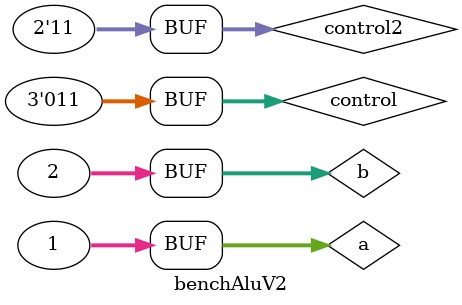
<source format=sv>
module benchAluV2();

	logic [31:0] result, result2, a, b;
	logic [3:0] flags, flags2;
	logic [2:0] control;
	logic [1:0] control2;

	alu aluCompare(a, b, control2, result2, flags2);
	aluV2 alu(a, b, control, result, flags);

	initial
		begin
			a = 32'b1;
			b = 32'b1;
			control = 3'b000;
			control2 = 2'b00; #20

			a = 32'b1;
			b = 32'b1;
			control = 3'b001;
			control2 = 2'b01; #20

			a = 32'b0;
			b = 32'b1;
			control = 3'b001;
			control2 = 2'b01; #20

			a = 32'b0;
			b = 32'b11111111111111111111111111111111;
			control = 3'b000;
			control2 = 2'b00; #20
		
			a = 32'b1;
			b = 32'b10;
			control = 3'b010;
			control2 = 2'b10; #20

			a = 32'b1;
			b = 32'b10;
			control = 3'b011;
			control2 = 2'b11;
// a & b = a ou b se ambos forem iguais, caso contrario sera zero
// a | b = sera

		end

endmodule

</source>
